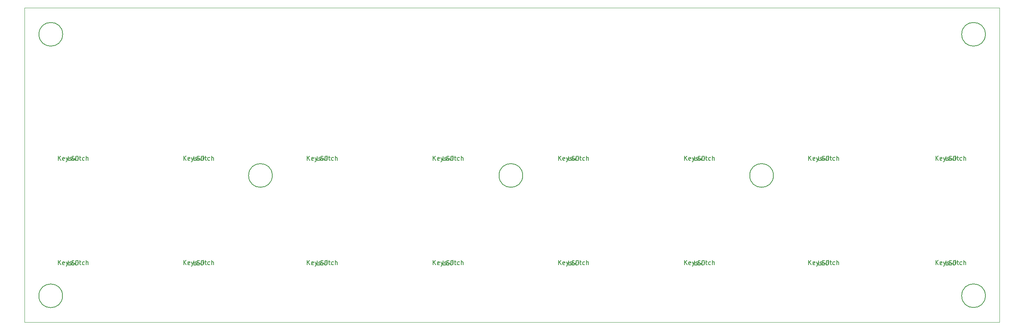
<source format=gbr>
%TF.GenerationSoftware,KiCad,Pcbnew,8.0.6*%
%TF.CreationDate,2024-11-10T21:08:49-06:00*%
%TF.ProjectId,micro_midi,6d696372-6f5f-46d6-9964-692e6b696361,rev?*%
%TF.SameCoordinates,Original*%
%TF.FileFunction,Other,User*%
%FSLAX46Y46*%
G04 Gerber Fmt 4.6, Leading zero omitted, Abs format (unit mm)*
G04 Created by KiCad (PCBNEW 8.0.6) date 2024-11-10 21:08:49*
%MOMM*%
%LPD*%
G01*
G04 APERTURE LIST*
%ADD10C,0.150000*%
%TA.AperFunction,Profile*%
%ADD11C,0.050000*%
%TD*%
G04 APERTURE END LIST*
D10*
X243398314Y-123896368D02*
X243398314Y-122896368D01*
X243969742Y-123896368D02*
X243541171Y-123324939D01*
X243969742Y-122896368D02*
X243398314Y-123467796D01*
X244779266Y-123848749D02*
X244684028Y-123896368D01*
X244684028Y-123896368D02*
X244493552Y-123896368D01*
X244493552Y-123896368D02*
X244398314Y-123848749D01*
X244398314Y-123848749D02*
X244350695Y-123753510D01*
X244350695Y-123753510D02*
X244350695Y-123372558D01*
X244350695Y-123372558D02*
X244398314Y-123277320D01*
X244398314Y-123277320D02*
X244493552Y-123229701D01*
X244493552Y-123229701D02*
X244684028Y-123229701D01*
X244684028Y-123229701D02*
X244779266Y-123277320D01*
X244779266Y-123277320D02*
X244826885Y-123372558D01*
X244826885Y-123372558D02*
X244826885Y-123467796D01*
X244826885Y-123467796D02*
X244350695Y-123563034D01*
X245160219Y-123229701D02*
X245398314Y-123896368D01*
X245636409Y-123229701D02*
X245398314Y-123896368D01*
X245398314Y-123896368D02*
X245303076Y-124134463D01*
X245303076Y-124134463D02*
X245255457Y-124182082D01*
X245255457Y-124182082D02*
X245160219Y-124229701D01*
X245969743Y-123848749D02*
X246064981Y-123896368D01*
X246064981Y-123896368D02*
X246255457Y-123896368D01*
X246255457Y-123896368D02*
X246350695Y-123848749D01*
X246350695Y-123848749D02*
X246398314Y-123753510D01*
X246398314Y-123753510D02*
X246398314Y-123705891D01*
X246398314Y-123705891D02*
X246350695Y-123610653D01*
X246350695Y-123610653D02*
X246255457Y-123563034D01*
X246255457Y-123563034D02*
X246112600Y-123563034D01*
X246112600Y-123563034D02*
X246017362Y-123515415D01*
X246017362Y-123515415D02*
X245969743Y-123420177D01*
X245969743Y-123420177D02*
X245969743Y-123372558D01*
X245969743Y-123372558D02*
X246017362Y-123277320D01*
X246017362Y-123277320D02*
X246112600Y-123229701D01*
X246112600Y-123229701D02*
X246255457Y-123229701D01*
X246255457Y-123229701D02*
X246350695Y-123277320D01*
X246731648Y-123229701D02*
X246922124Y-123896368D01*
X246922124Y-123896368D02*
X247112600Y-123420177D01*
X247112600Y-123420177D02*
X247303076Y-123896368D01*
X247303076Y-123896368D02*
X247493552Y-123229701D01*
X247874505Y-123896368D02*
X247874505Y-123229701D01*
X247874505Y-122896368D02*
X247826886Y-122943987D01*
X247826886Y-122943987D02*
X247874505Y-122991606D01*
X247874505Y-122991606D02*
X247922124Y-122943987D01*
X247922124Y-122943987D02*
X247874505Y-122896368D01*
X247874505Y-122896368D02*
X247874505Y-122991606D01*
X248207838Y-123229701D02*
X248588790Y-123229701D01*
X248350695Y-122896368D02*
X248350695Y-123753510D01*
X248350695Y-123753510D02*
X248398314Y-123848749D01*
X248398314Y-123848749D02*
X248493552Y-123896368D01*
X248493552Y-123896368D02*
X248588790Y-123896368D01*
X249350695Y-123848749D02*
X249255457Y-123896368D01*
X249255457Y-123896368D02*
X249064981Y-123896368D01*
X249064981Y-123896368D02*
X248969743Y-123848749D01*
X248969743Y-123848749D02*
X248922124Y-123801129D01*
X248922124Y-123801129D02*
X248874505Y-123705891D01*
X248874505Y-123705891D02*
X248874505Y-123420177D01*
X248874505Y-123420177D02*
X248922124Y-123324939D01*
X248922124Y-123324939D02*
X248969743Y-123277320D01*
X248969743Y-123277320D02*
X249064981Y-123229701D01*
X249064981Y-123229701D02*
X249255457Y-123229701D01*
X249255457Y-123229701D02*
X249350695Y-123277320D01*
X249779267Y-123896368D02*
X249779267Y-122896368D01*
X250207838Y-123896368D02*
X250207838Y-123372558D01*
X250207838Y-123372558D02*
X250160219Y-123277320D01*
X250160219Y-123277320D02*
X250064981Y-123229701D01*
X250064981Y-123229701D02*
X249922124Y-123229701D01*
X249922124Y-123229701D02*
X249826886Y-123277320D01*
X249826886Y-123277320D02*
X249779267Y-123324939D01*
X74710218Y-100123868D02*
X74234028Y-100123868D01*
X74234028Y-100123868D02*
X74234028Y-99123868D01*
X75043552Y-99600058D02*
X75376885Y-99600058D01*
X75519742Y-100123868D02*
X75043552Y-100123868D01*
X75043552Y-100123868D02*
X75043552Y-99123868D01*
X75043552Y-99123868D02*
X75519742Y-99123868D01*
X75948314Y-100123868D02*
X75948314Y-99123868D01*
X75948314Y-99123868D02*
X76186409Y-99123868D01*
X76186409Y-99123868D02*
X76329266Y-99171487D01*
X76329266Y-99171487D02*
X76424504Y-99266725D01*
X76424504Y-99266725D02*
X76472123Y-99361963D01*
X76472123Y-99361963D02*
X76519742Y-99552439D01*
X76519742Y-99552439D02*
X76519742Y-99695296D01*
X76519742Y-99695296D02*
X76472123Y-99885772D01*
X76472123Y-99885772D02*
X76424504Y-99981010D01*
X76424504Y-99981010D02*
X76329266Y-100076249D01*
X76329266Y-100076249D02*
X76186409Y-100123868D01*
X76186409Y-100123868D02*
X75948314Y-100123868D01*
X246160218Y-100123868D02*
X245684028Y-100123868D01*
X245684028Y-100123868D02*
X245684028Y-99123868D01*
X246493552Y-99600058D02*
X246826885Y-99600058D01*
X246969742Y-100123868D02*
X246493552Y-100123868D01*
X246493552Y-100123868D02*
X246493552Y-99123868D01*
X246493552Y-99123868D02*
X246969742Y-99123868D01*
X247398314Y-100123868D02*
X247398314Y-99123868D01*
X247398314Y-99123868D02*
X247636409Y-99123868D01*
X247636409Y-99123868D02*
X247779266Y-99171487D01*
X247779266Y-99171487D02*
X247874504Y-99266725D01*
X247874504Y-99266725D02*
X247922123Y-99361963D01*
X247922123Y-99361963D02*
X247969742Y-99552439D01*
X247969742Y-99552439D02*
X247969742Y-99695296D01*
X247969742Y-99695296D02*
X247922123Y-99885772D01*
X247922123Y-99885772D02*
X247874504Y-99981010D01*
X247874504Y-99981010D02*
X247779266Y-100076249D01*
X247779266Y-100076249D02*
X247636409Y-100123868D01*
X247636409Y-100123868D02*
X247398314Y-100123868D01*
X188880218Y-100123868D02*
X188404028Y-100123868D01*
X188404028Y-100123868D02*
X188404028Y-99123868D01*
X189213552Y-99600058D02*
X189546885Y-99600058D01*
X189689742Y-100123868D02*
X189213552Y-100123868D01*
X189213552Y-100123868D02*
X189213552Y-99123868D01*
X189213552Y-99123868D02*
X189689742Y-99123868D01*
X190118314Y-100123868D02*
X190118314Y-99123868D01*
X190118314Y-99123868D02*
X190356409Y-99123868D01*
X190356409Y-99123868D02*
X190499266Y-99171487D01*
X190499266Y-99171487D02*
X190594504Y-99266725D01*
X190594504Y-99266725D02*
X190642123Y-99361963D01*
X190642123Y-99361963D02*
X190689742Y-99552439D01*
X190689742Y-99552439D02*
X190689742Y-99695296D01*
X190689742Y-99695296D02*
X190642123Y-99885772D01*
X190642123Y-99885772D02*
X190594504Y-99981010D01*
X190594504Y-99981010D02*
X190499266Y-100076249D01*
X190499266Y-100076249D02*
X190356409Y-100123868D01*
X190356409Y-100123868D02*
X190118314Y-100123868D01*
X188880218Y-123936368D02*
X188404028Y-123936368D01*
X188404028Y-123936368D02*
X188404028Y-122936368D01*
X189213552Y-123412558D02*
X189546885Y-123412558D01*
X189689742Y-123936368D02*
X189213552Y-123936368D01*
X189213552Y-123936368D02*
X189213552Y-122936368D01*
X189213552Y-122936368D02*
X189689742Y-122936368D01*
X190118314Y-123936368D02*
X190118314Y-122936368D01*
X190118314Y-122936368D02*
X190356409Y-122936368D01*
X190356409Y-122936368D02*
X190499266Y-122983987D01*
X190499266Y-122983987D02*
X190594504Y-123079225D01*
X190594504Y-123079225D02*
X190642123Y-123174463D01*
X190642123Y-123174463D02*
X190689742Y-123364939D01*
X190689742Y-123364939D02*
X190689742Y-123507796D01*
X190689742Y-123507796D02*
X190642123Y-123698272D01*
X190642123Y-123698272D02*
X190594504Y-123793510D01*
X190594504Y-123793510D02*
X190499266Y-123888749D01*
X190499266Y-123888749D02*
X190356409Y-123936368D01*
X190356409Y-123936368D02*
X190118314Y-123936368D01*
X102900218Y-100123868D02*
X102424028Y-100123868D01*
X102424028Y-100123868D02*
X102424028Y-99123868D01*
X103233552Y-99600058D02*
X103566885Y-99600058D01*
X103709742Y-100123868D02*
X103233552Y-100123868D01*
X103233552Y-100123868D02*
X103233552Y-99123868D01*
X103233552Y-99123868D02*
X103709742Y-99123868D01*
X104138314Y-100123868D02*
X104138314Y-99123868D01*
X104138314Y-99123868D02*
X104376409Y-99123868D01*
X104376409Y-99123868D02*
X104519266Y-99171487D01*
X104519266Y-99171487D02*
X104614504Y-99266725D01*
X104614504Y-99266725D02*
X104662123Y-99361963D01*
X104662123Y-99361963D02*
X104709742Y-99552439D01*
X104709742Y-99552439D02*
X104709742Y-99695296D01*
X104709742Y-99695296D02*
X104662123Y-99885772D01*
X104662123Y-99885772D02*
X104614504Y-99981010D01*
X104614504Y-99981010D02*
X104519266Y-100076249D01*
X104519266Y-100076249D02*
X104376409Y-100123868D01*
X104376409Y-100123868D02*
X104138314Y-100123868D01*
X128838314Y-123896368D02*
X128838314Y-122896368D01*
X129409742Y-123896368D02*
X128981171Y-123324939D01*
X129409742Y-122896368D02*
X128838314Y-123467796D01*
X130219266Y-123848749D02*
X130124028Y-123896368D01*
X130124028Y-123896368D02*
X129933552Y-123896368D01*
X129933552Y-123896368D02*
X129838314Y-123848749D01*
X129838314Y-123848749D02*
X129790695Y-123753510D01*
X129790695Y-123753510D02*
X129790695Y-123372558D01*
X129790695Y-123372558D02*
X129838314Y-123277320D01*
X129838314Y-123277320D02*
X129933552Y-123229701D01*
X129933552Y-123229701D02*
X130124028Y-123229701D01*
X130124028Y-123229701D02*
X130219266Y-123277320D01*
X130219266Y-123277320D02*
X130266885Y-123372558D01*
X130266885Y-123372558D02*
X130266885Y-123467796D01*
X130266885Y-123467796D02*
X129790695Y-123563034D01*
X130600219Y-123229701D02*
X130838314Y-123896368D01*
X131076409Y-123229701D02*
X130838314Y-123896368D01*
X130838314Y-123896368D02*
X130743076Y-124134463D01*
X130743076Y-124134463D02*
X130695457Y-124182082D01*
X130695457Y-124182082D02*
X130600219Y-124229701D01*
X131409743Y-123848749D02*
X131504981Y-123896368D01*
X131504981Y-123896368D02*
X131695457Y-123896368D01*
X131695457Y-123896368D02*
X131790695Y-123848749D01*
X131790695Y-123848749D02*
X131838314Y-123753510D01*
X131838314Y-123753510D02*
X131838314Y-123705891D01*
X131838314Y-123705891D02*
X131790695Y-123610653D01*
X131790695Y-123610653D02*
X131695457Y-123563034D01*
X131695457Y-123563034D02*
X131552600Y-123563034D01*
X131552600Y-123563034D02*
X131457362Y-123515415D01*
X131457362Y-123515415D02*
X131409743Y-123420177D01*
X131409743Y-123420177D02*
X131409743Y-123372558D01*
X131409743Y-123372558D02*
X131457362Y-123277320D01*
X131457362Y-123277320D02*
X131552600Y-123229701D01*
X131552600Y-123229701D02*
X131695457Y-123229701D01*
X131695457Y-123229701D02*
X131790695Y-123277320D01*
X132171648Y-123229701D02*
X132362124Y-123896368D01*
X132362124Y-123896368D02*
X132552600Y-123420177D01*
X132552600Y-123420177D02*
X132743076Y-123896368D01*
X132743076Y-123896368D02*
X132933552Y-123229701D01*
X133314505Y-123896368D02*
X133314505Y-123229701D01*
X133314505Y-122896368D02*
X133266886Y-122943987D01*
X133266886Y-122943987D02*
X133314505Y-122991606D01*
X133314505Y-122991606D02*
X133362124Y-122943987D01*
X133362124Y-122943987D02*
X133314505Y-122896368D01*
X133314505Y-122896368D02*
X133314505Y-122991606D01*
X133647838Y-123229701D02*
X134028790Y-123229701D01*
X133790695Y-122896368D02*
X133790695Y-123753510D01*
X133790695Y-123753510D02*
X133838314Y-123848749D01*
X133838314Y-123848749D02*
X133933552Y-123896368D01*
X133933552Y-123896368D02*
X134028790Y-123896368D01*
X134790695Y-123848749D02*
X134695457Y-123896368D01*
X134695457Y-123896368D02*
X134504981Y-123896368D01*
X134504981Y-123896368D02*
X134409743Y-123848749D01*
X134409743Y-123848749D02*
X134362124Y-123801129D01*
X134362124Y-123801129D02*
X134314505Y-123705891D01*
X134314505Y-123705891D02*
X134314505Y-123420177D01*
X134314505Y-123420177D02*
X134362124Y-123324939D01*
X134362124Y-123324939D02*
X134409743Y-123277320D01*
X134409743Y-123277320D02*
X134504981Y-123229701D01*
X134504981Y-123229701D02*
X134695457Y-123229701D01*
X134695457Y-123229701D02*
X134790695Y-123277320D01*
X135219267Y-123896368D02*
X135219267Y-122896368D01*
X135647838Y-123896368D02*
X135647838Y-123372558D01*
X135647838Y-123372558D02*
X135600219Y-123277320D01*
X135600219Y-123277320D02*
X135504981Y-123229701D01*
X135504981Y-123229701D02*
X135362124Y-123229701D01*
X135362124Y-123229701D02*
X135266886Y-123277320D01*
X135266886Y-123277320D02*
X135219267Y-123324939D01*
X131600218Y-100123868D02*
X131124028Y-100123868D01*
X131124028Y-100123868D02*
X131124028Y-99123868D01*
X131933552Y-99600058D02*
X132266885Y-99600058D01*
X132409742Y-100123868D02*
X131933552Y-100123868D01*
X131933552Y-100123868D02*
X131933552Y-99123868D01*
X131933552Y-99123868D02*
X132409742Y-99123868D01*
X132838314Y-100123868D02*
X132838314Y-99123868D01*
X132838314Y-99123868D02*
X133076409Y-99123868D01*
X133076409Y-99123868D02*
X133219266Y-99171487D01*
X133219266Y-99171487D02*
X133314504Y-99266725D01*
X133314504Y-99266725D02*
X133362123Y-99361963D01*
X133362123Y-99361963D02*
X133409742Y-99552439D01*
X133409742Y-99552439D02*
X133409742Y-99695296D01*
X133409742Y-99695296D02*
X133362123Y-99885772D01*
X133362123Y-99885772D02*
X133314504Y-99981010D01*
X133314504Y-99981010D02*
X133219266Y-100076249D01*
X133219266Y-100076249D02*
X133076409Y-100123868D01*
X133076409Y-100123868D02*
X132838314Y-100123868D01*
X46130218Y-123936368D02*
X45654028Y-123936368D01*
X45654028Y-123936368D02*
X45654028Y-122936368D01*
X46463552Y-123412558D02*
X46796885Y-123412558D01*
X46939742Y-123936368D02*
X46463552Y-123936368D01*
X46463552Y-123936368D02*
X46463552Y-122936368D01*
X46463552Y-122936368D02*
X46939742Y-122936368D01*
X47368314Y-123936368D02*
X47368314Y-122936368D01*
X47368314Y-122936368D02*
X47606409Y-122936368D01*
X47606409Y-122936368D02*
X47749266Y-122983987D01*
X47749266Y-122983987D02*
X47844504Y-123079225D01*
X47844504Y-123079225D02*
X47892123Y-123174463D01*
X47892123Y-123174463D02*
X47939742Y-123364939D01*
X47939742Y-123364939D02*
X47939742Y-123507796D01*
X47939742Y-123507796D02*
X47892123Y-123698272D01*
X47892123Y-123698272D02*
X47844504Y-123793510D01*
X47844504Y-123793510D02*
X47749266Y-123888749D01*
X47749266Y-123888749D02*
X47606409Y-123936368D01*
X47606409Y-123936368D02*
X47368314Y-123936368D01*
X43368314Y-100083868D02*
X43368314Y-99083868D01*
X43939742Y-100083868D02*
X43511171Y-99512439D01*
X43939742Y-99083868D02*
X43368314Y-99655296D01*
X44749266Y-100036249D02*
X44654028Y-100083868D01*
X44654028Y-100083868D02*
X44463552Y-100083868D01*
X44463552Y-100083868D02*
X44368314Y-100036249D01*
X44368314Y-100036249D02*
X44320695Y-99941010D01*
X44320695Y-99941010D02*
X44320695Y-99560058D01*
X44320695Y-99560058D02*
X44368314Y-99464820D01*
X44368314Y-99464820D02*
X44463552Y-99417201D01*
X44463552Y-99417201D02*
X44654028Y-99417201D01*
X44654028Y-99417201D02*
X44749266Y-99464820D01*
X44749266Y-99464820D02*
X44796885Y-99560058D01*
X44796885Y-99560058D02*
X44796885Y-99655296D01*
X44796885Y-99655296D02*
X44320695Y-99750534D01*
X45130219Y-99417201D02*
X45368314Y-100083868D01*
X45606409Y-99417201D02*
X45368314Y-100083868D01*
X45368314Y-100083868D02*
X45273076Y-100321963D01*
X45273076Y-100321963D02*
X45225457Y-100369582D01*
X45225457Y-100369582D02*
X45130219Y-100417201D01*
X45939743Y-100036249D02*
X46034981Y-100083868D01*
X46034981Y-100083868D02*
X46225457Y-100083868D01*
X46225457Y-100083868D02*
X46320695Y-100036249D01*
X46320695Y-100036249D02*
X46368314Y-99941010D01*
X46368314Y-99941010D02*
X46368314Y-99893391D01*
X46368314Y-99893391D02*
X46320695Y-99798153D01*
X46320695Y-99798153D02*
X46225457Y-99750534D01*
X46225457Y-99750534D02*
X46082600Y-99750534D01*
X46082600Y-99750534D02*
X45987362Y-99702915D01*
X45987362Y-99702915D02*
X45939743Y-99607677D01*
X45939743Y-99607677D02*
X45939743Y-99560058D01*
X45939743Y-99560058D02*
X45987362Y-99464820D01*
X45987362Y-99464820D02*
X46082600Y-99417201D01*
X46082600Y-99417201D02*
X46225457Y-99417201D01*
X46225457Y-99417201D02*
X46320695Y-99464820D01*
X46701648Y-99417201D02*
X46892124Y-100083868D01*
X46892124Y-100083868D02*
X47082600Y-99607677D01*
X47082600Y-99607677D02*
X47273076Y-100083868D01*
X47273076Y-100083868D02*
X47463552Y-99417201D01*
X47844505Y-100083868D02*
X47844505Y-99417201D01*
X47844505Y-99083868D02*
X47796886Y-99131487D01*
X47796886Y-99131487D02*
X47844505Y-99179106D01*
X47844505Y-99179106D02*
X47892124Y-99131487D01*
X47892124Y-99131487D02*
X47844505Y-99083868D01*
X47844505Y-99083868D02*
X47844505Y-99179106D01*
X48177838Y-99417201D02*
X48558790Y-99417201D01*
X48320695Y-99083868D02*
X48320695Y-99941010D01*
X48320695Y-99941010D02*
X48368314Y-100036249D01*
X48368314Y-100036249D02*
X48463552Y-100083868D01*
X48463552Y-100083868D02*
X48558790Y-100083868D01*
X49320695Y-100036249D02*
X49225457Y-100083868D01*
X49225457Y-100083868D02*
X49034981Y-100083868D01*
X49034981Y-100083868D02*
X48939743Y-100036249D01*
X48939743Y-100036249D02*
X48892124Y-99988629D01*
X48892124Y-99988629D02*
X48844505Y-99893391D01*
X48844505Y-99893391D02*
X48844505Y-99607677D01*
X48844505Y-99607677D02*
X48892124Y-99512439D01*
X48892124Y-99512439D02*
X48939743Y-99464820D01*
X48939743Y-99464820D02*
X49034981Y-99417201D01*
X49034981Y-99417201D02*
X49225457Y-99417201D01*
X49225457Y-99417201D02*
X49320695Y-99464820D01*
X49749267Y-100083868D02*
X49749267Y-99083868D01*
X50177838Y-100083868D02*
X50177838Y-99560058D01*
X50177838Y-99560058D02*
X50130219Y-99464820D01*
X50130219Y-99464820D02*
X50034981Y-99417201D01*
X50034981Y-99417201D02*
X49892124Y-99417201D01*
X49892124Y-99417201D02*
X49796886Y-99464820D01*
X49796886Y-99464820D02*
X49749267Y-99512439D01*
X243398314Y-100083868D02*
X243398314Y-99083868D01*
X243969742Y-100083868D02*
X243541171Y-99512439D01*
X243969742Y-99083868D02*
X243398314Y-99655296D01*
X244779266Y-100036249D02*
X244684028Y-100083868D01*
X244684028Y-100083868D02*
X244493552Y-100083868D01*
X244493552Y-100083868D02*
X244398314Y-100036249D01*
X244398314Y-100036249D02*
X244350695Y-99941010D01*
X244350695Y-99941010D02*
X244350695Y-99560058D01*
X244350695Y-99560058D02*
X244398314Y-99464820D01*
X244398314Y-99464820D02*
X244493552Y-99417201D01*
X244493552Y-99417201D02*
X244684028Y-99417201D01*
X244684028Y-99417201D02*
X244779266Y-99464820D01*
X244779266Y-99464820D02*
X244826885Y-99560058D01*
X244826885Y-99560058D02*
X244826885Y-99655296D01*
X244826885Y-99655296D02*
X244350695Y-99750534D01*
X245160219Y-99417201D02*
X245398314Y-100083868D01*
X245636409Y-99417201D02*
X245398314Y-100083868D01*
X245398314Y-100083868D02*
X245303076Y-100321963D01*
X245303076Y-100321963D02*
X245255457Y-100369582D01*
X245255457Y-100369582D02*
X245160219Y-100417201D01*
X245969743Y-100036249D02*
X246064981Y-100083868D01*
X246064981Y-100083868D02*
X246255457Y-100083868D01*
X246255457Y-100083868D02*
X246350695Y-100036249D01*
X246350695Y-100036249D02*
X246398314Y-99941010D01*
X246398314Y-99941010D02*
X246398314Y-99893391D01*
X246398314Y-99893391D02*
X246350695Y-99798153D01*
X246350695Y-99798153D02*
X246255457Y-99750534D01*
X246255457Y-99750534D02*
X246112600Y-99750534D01*
X246112600Y-99750534D02*
X246017362Y-99702915D01*
X246017362Y-99702915D02*
X245969743Y-99607677D01*
X245969743Y-99607677D02*
X245969743Y-99560058D01*
X245969743Y-99560058D02*
X246017362Y-99464820D01*
X246017362Y-99464820D02*
X246112600Y-99417201D01*
X246112600Y-99417201D02*
X246255457Y-99417201D01*
X246255457Y-99417201D02*
X246350695Y-99464820D01*
X246731648Y-99417201D02*
X246922124Y-100083868D01*
X246922124Y-100083868D02*
X247112600Y-99607677D01*
X247112600Y-99607677D02*
X247303076Y-100083868D01*
X247303076Y-100083868D02*
X247493552Y-99417201D01*
X247874505Y-100083868D02*
X247874505Y-99417201D01*
X247874505Y-99083868D02*
X247826886Y-99131487D01*
X247826886Y-99131487D02*
X247874505Y-99179106D01*
X247874505Y-99179106D02*
X247922124Y-99131487D01*
X247922124Y-99131487D02*
X247874505Y-99083868D01*
X247874505Y-99083868D02*
X247874505Y-99179106D01*
X248207838Y-99417201D02*
X248588790Y-99417201D01*
X248350695Y-99083868D02*
X248350695Y-99941010D01*
X248350695Y-99941010D02*
X248398314Y-100036249D01*
X248398314Y-100036249D02*
X248493552Y-100083868D01*
X248493552Y-100083868D02*
X248588790Y-100083868D01*
X249350695Y-100036249D02*
X249255457Y-100083868D01*
X249255457Y-100083868D02*
X249064981Y-100083868D01*
X249064981Y-100083868D02*
X248969743Y-100036249D01*
X248969743Y-100036249D02*
X248922124Y-99988629D01*
X248922124Y-99988629D02*
X248874505Y-99893391D01*
X248874505Y-99893391D02*
X248874505Y-99607677D01*
X248874505Y-99607677D02*
X248922124Y-99512439D01*
X248922124Y-99512439D02*
X248969743Y-99464820D01*
X248969743Y-99464820D02*
X249064981Y-99417201D01*
X249064981Y-99417201D02*
X249255457Y-99417201D01*
X249255457Y-99417201D02*
X249350695Y-99464820D01*
X249779267Y-100083868D02*
X249779267Y-99083868D01*
X250207838Y-100083868D02*
X250207838Y-99560058D01*
X250207838Y-99560058D02*
X250160219Y-99464820D01*
X250160219Y-99464820D02*
X250064981Y-99417201D01*
X250064981Y-99417201D02*
X249922124Y-99417201D01*
X249922124Y-99417201D02*
X249826886Y-99464820D01*
X249826886Y-99464820D02*
X249779267Y-99512439D01*
X71948314Y-123896368D02*
X71948314Y-122896368D01*
X72519742Y-123896368D02*
X72091171Y-123324939D01*
X72519742Y-122896368D02*
X71948314Y-123467796D01*
X73329266Y-123848749D02*
X73234028Y-123896368D01*
X73234028Y-123896368D02*
X73043552Y-123896368D01*
X73043552Y-123896368D02*
X72948314Y-123848749D01*
X72948314Y-123848749D02*
X72900695Y-123753510D01*
X72900695Y-123753510D02*
X72900695Y-123372558D01*
X72900695Y-123372558D02*
X72948314Y-123277320D01*
X72948314Y-123277320D02*
X73043552Y-123229701D01*
X73043552Y-123229701D02*
X73234028Y-123229701D01*
X73234028Y-123229701D02*
X73329266Y-123277320D01*
X73329266Y-123277320D02*
X73376885Y-123372558D01*
X73376885Y-123372558D02*
X73376885Y-123467796D01*
X73376885Y-123467796D02*
X72900695Y-123563034D01*
X73710219Y-123229701D02*
X73948314Y-123896368D01*
X74186409Y-123229701D02*
X73948314Y-123896368D01*
X73948314Y-123896368D02*
X73853076Y-124134463D01*
X73853076Y-124134463D02*
X73805457Y-124182082D01*
X73805457Y-124182082D02*
X73710219Y-124229701D01*
X74519743Y-123848749D02*
X74614981Y-123896368D01*
X74614981Y-123896368D02*
X74805457Y-123896368D01*
X74805457Y-123896368D02*
X74900695Y-123848749D01*
X74900695Y-123848749D02*
X74948314Y-123753510D01*
X74948314Y-123753510D02*
X74948314Y-123705891D01*
X74948314Y-123705891D02*
X74900695Y-123610653D01*
X74900695Y-123610653D02*
X74805457Y-123563034D01*
X74805457Y-123563034D02*
X74662600Y-123563034D01*
X74662600Y-123563034D02*
X74567362Y-123515415D01*
X74567362Y-123515415D02*
X74519743Y-123420177D01*
X74519743Y-123420177D02*
X74519743Y-123372558D01*
X74519743Y-123372558D02*
X74567362Y-123277320D01*
X74567362Y-123277320D02*
X74662600Y-123229701D01*
X74662600Y-123229701D02*
X74805457Y-123229701D01*
X74805457Y-123229701D02*
X74900695Y-123277320D01*
X75281648Y-123229701D02*
X75472124Y-123896368D01*
X75472124Y-123896368D02*
X75662600Y-123420177D01*
X75662600Y-123420177D02*
X75853076Y-123896368D01*
X75853076Y-123896368D02*
X76043552Y-123229701D01*
X76424505Y-123896368D02*
X76424505Y-123229701D01*
X76424505Y-122896368D02*
X76376886Y-122943987D01*
X76376886Y-122943987D02*
X76424505Y-122991606D01*
X76424505Y-122991606D02*
X76472124Y-122943987D01*
X76472124Y-122943987D02*
X76424505Y-122896368D01*
X76424505Y-122896368D02*
X76424505Y-122991606D01*
X76757838Y-123229701D02*
X77138790Y-123229701D01*
X76900695Y-122896368D02*
X76900695Y-123753510D01*
X76900695Y-123753510D02*
X76948314Y-123848749D01*
X76948314Y-123848749D02*
X77043552Y-123896368D01*
X77043552Y-123896368D02*
X77138790Y-123896368D01*
X77900695Y-123848749D02*
X77805457Y-123896368D01*
X77805457Y-123896368D02*
X77614981Y-123896368D01*
X77614981Y-123896368D02*
X77519743Y-123848749D01*
X77519743Y-123848749D02*
X77472124Y-123801129D01*
X77472124Y-123801129D02*
X77424505Y-123705891D01*
X77424505Y-123705891D02*
X77424505Y-123420177D01*
X77424505Y-123420177D02*
X77472124Y-123324939D01*
X77472124Y-123324939D02*
X77519743Y-123277320D01*
X77519743Y-123277320D02*
X77614981Y-123229701D01*
X77614981Y-123229701D02*
X77805457Y-123229701D01*
X77805457Y-123229701D02*
X77900695Y-123277320D01*
X78329267Y-123896368D02*
X78329267Y-122896368D01*
X78757838Y-123896368D02*
X78757838Y-123372558D01*
X78757838Y-123372558D02*
X78710219Y-123277320D01*
X78710219Y-123277320D02*
X78614981Y-123229701D01*
X78614981Y-123229701D02*
X78472124Y-123229701D01*
X78472124Y-123229701D02*
X78376886Y-123277320D01*
X78376886Y-123277320D02*
X78329267Y-123324939D01*
X102900218Y-123936368D02*
X102424028Y-123936368D01*
X102424028Y-123936368D02*
X102424028Y-122936368D01*
X103233552Y-123412558D02*
X103566885Y-123412558D01*
X103709742Y-123936368D02*
X103233552Y-123936368D01*
X103233552Y-123936368D02*
X103233552Y-122936368D01*
X103233552Y-122936368D02*
X103709742Y-122936368D01*
X104138314Y-123936368D02*
X104138314Y-122936368D01*
X104138314Y-122936368D02*
X104376409Y-122936368D01*
X104376409Y-122936368D02*
X104519266Y-122983987D01*
X104519266Y-122983987D02*
X104614504Y-123079225D01*
X104614504Y-123079225D02*
X104662123Y-123174463D01*
X104662123Y-123174463D02*
X104709742Y-123364939D01*
X104709742Y-123364939D02*
X104709742Y-123507796D01*
X104709742Y-123507796D02*
X104662123Y-123698272D01*
X104662123Y-123698272D02*
X104614504Y-123793510D01*
X104614504Y-123793510D02*
X104519266Y-123888749D01*
X104519266Y-123888749D02*
X104376409Y-123936368D01*
X104376409Y-123936368D02*
X104138314Y-123936368D01*
X217200218Y-123936368D02*
X216724028Y-123936368D01*
X216724028Y-123936368D02*
X216724028Y-122936368D01*
X217533552Y-123412558D02*
X217866885Y-123412558D01*
X218009742Y-123936368D02*
X217533552Y-123936368D01*
X217533552Y-123936368D02*
X217533552Y-122936368D01*
X217533552Y-122936368D02*
X218009742Y-122936368D01*
X218438314Y-123936368D02*
X218438314Y-122936368D01*
X218438314Y-122936368D02*
X218676409Y-122936368D01*
X218676409Y-122936368D02*
X218819266Y-122983987D01*
X218819266Y-122983987D02*
X218914504Y-123079225D01*
X218914504Y-123079225D02*
X218962123Y-123174463D01*
X218962123Y-123174463D02*
X219009742Y-123364939D01*
X219009742Y-123364939D02*
X219009742Y-123507796D01*
X219009742Y-123507796D02*
X218962123Y-123698272D01*
X218962123Y-123698272D02*
X218914504Y-123793510D01*
X218914504Y-123793510D02*
X218819266Y-123888749D01*
X218819266Y-123888749D02*
X218676409Y-123936368D01*
X218676409Y-123936368D02*
X218438314Y-123936368D01*
X214438314Y-123896368D02*
X214438314Y-122896368D01*
X215009742Y-123896368D02*
X214581171Y-123324939D01*
X215009742Y-122896368D02*
X214438314Y-123467796D01*
X215819266Y-123848749D02*
X215724028Y-123896368D01*
X215724028Y-123896368D02*
X215533552Y-123896368D01*
X215533552Y-123896368D02*
X215438314Y-123848749D01*
X215438314Y-123848749D02*
X215390695Y-123753510D01*
X215390695Y-123753510D02*
X215390695Y-123372558D01*
X215390695Y-123372558D02*
X215438314Y-123277320D01*
X215438314Y-123277320D02*
X215533552Y-123229701D01*
X215533552Y-123229701D02*
X215724028Y-123229701D01*
X215724028Y-123229701D02*
X215819266Y-123277320D01*
X215819266Y-123277320D02*
X215866885Y-123372558D01*
X215866885Y-123372558D02*
X215866885Y-123467796D01*
X215866885Y-123467796D02*
X215390695Y-123563034D01*
X216200219Y-123229701D02*
X216438314Y-123896368D01*
X216676409Y-123229701D02*
X216438314Y-123896368D01*
X216438314Y-123896368D02*
X216343076Y-124134463D01*
X216343076Y-124134463D02*
X216295457Y-124182082D01*
X216295457Y-124182082D02*
X216200219Y-124229701D01*
X217009743Y-123848749D02*
X217104981Y-123896368D01*
X217104981Y-123896368D02*
X217295457Y-123896368D01*
X217295457Y-123896368D02*
X217390695Y-123848749D01*
X217390695Y-123848749D02*
X217438314Y-123753510D01*
X217438314Y-123753510D02*
X217438314Y-123705891D01*
X217438314Y-123705891D02*
X217390695Y-123610653D01*
X217390695Y-123610653D02*
X217295457Y-123563034D01*
X217295457Y-123563034D02*
X217152600Y-123563034D01*
X217152600Y-123563034D02*
X217057362Y-123515415D01*
X217057362Y-123515415D02*
X217009743Y-123420177D01*
X217009743Y-123420177D02*
X217009743Y-123372558D01*
X217009743Y-123372558D02*
X217057362Y-123277320D01*
X217057362Y-123277320D02*
X217152600Y-123229701D01*
X217152600Y-123229701D02*
X217295457Y-123229701D01*
X217295457Y-123229701D02*
X217390695Y-123277320D01*
X217771648Y-123229701D02*
X217962124Y-123896368D01*
X217962124Y-123896368D02*
X218152600Y-123420177D01*
X218152600Y-123420177D02*
X218343076Y-123896368D01*
X218343076Y-123896368D02*
X218533552Y-123229701D01*
X218914505Y-123896368D02*
X218914505Y-123229701D01*
X218914505Y-122896368D02*
X218866886Y-122943987D01*
X218866886Y-122943987D02*
X218914505Y-122991606D01*
X218914505Y-122991606D02*
X218962124Y-122943987D01*
X218962124Y-122943987D02*
X218914505Y-122896368D01*
X218914505Y-122896368D02*
X218914505Y-122991606D01*
X219247838Y-123229701D02*
X219628790Y-123229701D01*
X219390695Y-122896368D02*
X219390695Y-123753510D01*
X219390695Y-123753510D02*
X219438314Y-123848749D01*
X219438314Y-123848749D02*
X219533552Y-123896368D01*
X219533552Y-123896368D02*
X219628790Y-123896368D01*
X220390695Y-123848749D02*
X220295457Y-123896368D01*
X220295457Y-123896368D02*
X220104981Y-123896368D01*
X220104981Y-123896368D02*
X220009743Y-123848749D01*
X220009743Y-123848749D02*
X219962124Y-123801129D01*
X219962124Y-123801129D02*
X219914505Y-123705891D01*
X219914505Y-123705891D02*
X219914505Y-123420177D01*
X219914505Y-123420177D02*
X219962124Y-123324939D01*
X219962124Y-123324939D02*
X220009743Y-123277320D01*
X220009743Y-123277320D02*
X220104981Y-123229701D01*
X220104981Y-123229701D02*
X220295457Y-123229701D01*
X220295457Y-123229701D02*
X220390695Y-123277320D01*
X220819267Y-123896368D02*
X220819267Y-122896368D01*
X221247838Y-123896368D02*
X221247838Y-123372558D01*
X221247838Y-123372558D02*
X221200219Y-123277320D01*
X221200219Y-123277320D02*
X221104981Y-123229701D01*
X221104981Y-123229701D02*
X220962124Y-123229701D01*
X220962124Y-123229701D02*
X220866886Y-123277320D01*
X220866886Y-123277320D02*
X220819267Y-123324939D01*
X71948314Y-100083868D02*
X71948314Y-99083868D01*
X72519742Y-100083868D02*
X72091171Y-99512439D01*
X72519742Y-99083868D02*
X71948314Y-99655296D01*
X73329266Y-100036249D02*
X73234028Y-100083868D01*
X73234028Y-100083868D02*
X73043552Y-100083868D01*
X73043552Y-100083868D02*
X72948314Y-100036249D01*
X72948314Y-100036249D02*
X72900695Y-99941010D01*
X72900695Y-99941010D02*
X72900695Y-99560058D01*
X72900695Y-99560058D02*
X72948314Y-99464820D01*
X72948314Y-99464820D02*
X73043552Y-99417201D01*
X73043552Y-99417201D02*
X73234028Y-99417201D01*
X73234028Y-99417201D02*
X73329266Y-99464820D01*
X73329266Y-99464820D02*
X73376885Y-99560058D01*
X73376885Y-99560058D02*
X73376885Y-99655296D01*
X73376885Y-99655296D02*
X72900695Y-99750534D01*
X73710219Y-99417201D02*
X73948314Y-100083868D01*
X74186409Y-99417201D02*
X73948314Y-100083868D01*
X73948314Y-100083868D02*
X73853076Y-100321963D01*
X73853076Y-100321963D02*
X73805457Y-100369582D01*
X73805457Y-100369582D02*
X73710219Y-100417201D01*
X74519743Y-100036249D02*
X74614981Y-100083868D01*
X74614981Y-100083868D02*
X74805457Y-100083868D01*
X74805457Y-100083868D02*
X74900695Y-100036249D01*
X74900695Y-100036249D02*
X74948314Y-99941010D01*
X74948314Y-99941010D02*
X74948314Y-99893391D01*
X74948314Y-99893391D02*
X74900695Y-99798153D01*
X74900695Y-99798153D02*
X74805457Y-99750534D01*
X74805457Y-99750534D02*
X74662600Y-99750534D01*
X74662600Y-99750534D02*
X74567362Y-99702915D01*
X74567362Y-99702915D02*
X74519743Y-99607677D01*
X74519743Y-99607677D02*
X74519743Y-99560058D01*
X74519743Y-99560058D02*
X74567362Y-99464820D01*
X74567362Y-99464820D02*
X74662600Y-99417201D01*
X74662600Y-99417201D02*
X74805457Y-99417201D01*
X74805457Y-99417201D02*
X74900695Y-99464820D01*
X75281648Y-99417201D02*
X75472124Y-100083868D01*
X75472124Y-100083868D02*
X75662600Y-99607677D01*
X75662600Y-99607677D02*
X75853076Y-100083868D01*
X75853076Y-100083868D02*
X76043552Y-99417201D01*
X76424505Y-100083868D02*
X76424505Y-99417201D01*
X76424505Y-99083868D02*
X76376886Y-99131487D01*
X76376886Y-99131487D02*
X76424505Y-99179106D01*
X76424505Y-99179106D02*
X76472124Y-99131487D01*
X76472124Y-99131487D02*
X76424505Y-99083868D01*
X76424505Y-99083868D02*
X76424505Y-99179106D01*
X76757838Y-99417201D02*
X77138790Y-99417201D01*
X76900695Y-99083868D02*
X76900695Y-99941010D01*
X76900695Y-99941010D02*
X76948314Y-100036249D01*
X76948314Y-100036249D02*
X77043552Y-100083868D01*
X77043552Y-100083868D02*
X77138790Y-100083868D01*
X77900695Y-100036249D02*
X77805457Y-100083868D01*
X77805457Y-100083868D02*
X77614981Y-100083868D01*
X77614981Y-100083868D02*
X77519743Y-100036249D01*
X77519743Y-100036249D02*
X77472124Y-99988629D01*
X77472124Y-99988629D02*
X77424505Y-99893391D01*
X77424505Y-99893391D02*
X77424505Y-99607677D01*
X77424505Y-99607677D02*
X77472124Y-99512439D01*
X77472124Y-99512439D02*
X77519743Y-99464820D01*
X77519743Y-99464820D02*
X77614981Y-99417201D01*
X77614981Y-99417201D02*
X77805457Y-99417201D01*
X77805457Y-99417201D02*
X77900695Y-99464820D01*
X78329267Y-100083868D02*
X78329267Y-99083868D01*
X78757838Y-100083868D02*
X78757838Y-99560058D01*
X78757838Y-99560058D02*
X78710219Y-99464820D01*
X78710219Y-99464820D02*
X78614981Y-99417201D01*
X78614981Y-99417201D02*
X78472124Y-99417201D01*
X78472124Y-99417201D02*
X78376886Y-99464820D01*
X78376886Y-99464820D02*
X78329267Y-99512439D01*
X157418314Y-100083868D02*
X157418314Y-99083868D01*
X157989742Y-100083868D02*
X157561171Y-99512439D01*
X157989742Y-99083868D02*
X157418314Y-99655296D01*
X158799266Y-100036249D02*
X158704028Y-100083868D01*
X158704028Y-100083868D02*
X158513552Y-100083868D01*
X158513552Y-100083868D02*
X158418314Y-100036249D01*
X158418314Y-100036249D02*
X158370695Y-99941010D01*
X158370695Y-99941010D02*
X158370695Y-99560058D01*
X158370695Y-99560058D02*
X158418314Y-99464820D01*
X158418314Y-99464820D02*
X158513552Y-99417201D01*
X158513552Y-99417201D02*
X158704028Y-99417201D01*
X158704028Y-99417201D02*
X158799266Y-99464820D01*
X158799266Y-99464820D02*
X158846885Y-99560058D01*
X158846885Y-99560058D02*
X158846885Y-99655296D01*
X158846885Y-99655296D02*
X158370695Y-99750534D01*
X159180219Y-99417201D02*
X159418314Y-100083868D01*
X159656409Y-99417201D02*
X159418314Y-100083868D01*
X159418314Y-100083868D02*
X159323076Y-100321963D01*
X159323076Y-100321963D02*
X159275457Y-100369582D01*
X159275457Y-100369582D02*
X159180219Y-100417201D01*
X159989743Y-100036249D02*
X160084981Y-100083868D01*
X160084981Y-100083868D02*
X160275457Y-100083868D01*
X160275457Y-100083868D02*
X160370695Y-100036249D01*
X160370695Y-100036249D02*
X160418314Y-99941010D01*
X160418314Y-99941010D02*
X160418314Y-99893391D01*
X160418314Y-99893391D02*
X160370695Y-99798153D01*
X160370695Y-99798153D02*
X160275457Y-99750534D01*
X160275457Y-99750534D02*
X160132600Y-99750534D01*
X160132600Y-99750534D02*
X160037362Y-99702915D01*
X160037362Y-99702915D02*
X159989743Y-99607677D01*
X159989743Y-99607677D02*
X159989743Y-99560058D01*
X159989743Y-99560058D02*
X160037362Y-99464820D01*
X160037362Y-99464820D02*
X160132600Y-99417201D01*
X160132600Y-99417201D02*
X160275457Y-99417201D01*
X160275457Y-99417201D02*
X160370695Y-99464820D01*
X160751648Y-99417201D02*
X160942124Y-100083868D01*
X160942124Y-100083868D02*
X161132600Y-99607677D01*
X161132600Y-99607677D02*
X161323076Y-100083868D01*
X161323076Y-100083868D02*
X161513552Y-99417201D01*
X161894505Y-100083868D02*
X161894505Y-99417201D01*
X161894505Y-99083868D02*
X161846886Y-99131487D01*
X161846886Y-99131487D02*
X161894505Y-99179106D01*
X161894505Y-99179106D02*
X161942124Y-99131487D01*
X161942124Y-99131487D02*
X161894505Y-99083868D01*
X161894505Y-99083868D02*
X161894505Y-99179106D01*
X162227838Y-99417201D02*
X162608790Y-99417201D01*
X162370695Y-99083868D02*
X162370695Y-99941010D01*
X162370695Y-99941010D02*
X162418314Y-100036249D01*
X162418314Y-100036249D02*
X162513552Y-100083868D01*
X162513552Y-100083868D02*
X162608790Y-100083868D01*
X163370695Y-100036249D02*
X163275457Y-100083868D01*
X163275457Y-100083868D02*
X163084981Y-100083868D01*
X163084981Y-100083868D02*
X162989743Y-100036249D01*
X162989743Y-100036249D02*
X162942124Y-99988629D01*
X162942124Y-99988629D02*
X162894505Y-99893391D01*
X162894505Y-99893391D02*
X162894505Y-99607677D01*
X162894505Y-99607677D02*
X162942124Y-99512439D01*
X162942124Y-99512439D02*
X162989743Y-99464820D01*
X162989743Y-99464820D02*
X163084981Y-99417201D01*
X163084981Y-99417201D02*
X163275457Y-99417201D01*
X163275457Y-99417201D02*
X163370695Y-99464820D01*
X163799267Y-100083868D02*
X163799267Y-99083868D01*
X164227838Y-100083868D02*
X164227838Y-99560058D01*
X164227838Y-99560058D02*
X164180219Y-99464820D01*
X164180219Y-99464820D02*
X164084981Y-99417201D01*
X164084981Y-99417201D02*
X163942124Y-99417201D01*
X163942124Y-99417201D02*
X163846886Y-99464820D01*
X163846886Y-99464820D02*
X163799267Y-99512439D01*
X214438314Y-100083868D02*
X214438314Y-99083868D01*
X215009742Y-100083868D02*
X214581171Y-99512439D01*
X215009742Y-99083868D02*
X214438314Y-99655296D01*
X215819266Y-100036249D02*
X215724028Y-100083868D01*
X215724028Y-100083868D02*
X215533552Y-100083868D01*
X215533552Y-100083868D02*
X215438314Y-100036249D01*
X215438314Y-100036249D02*
X215390695Y-99941010D01*
X215390695Y-99941010D02*
X215390695Y-99560058D01*
X215390695Y-99560058D02*
X215438314Y-99464820D01*
X215438314Y-99464820D02*
X215533552Y-99417201D01*
X215533552Y-99417201D02*
X215724028Y-99417201D01*
X215724028Y-99417201D02*
X215819266Y-99464820D01*
X215819266Y-99464820D02*
X215866885Y-99560058D01*
X215866885Y-99560058D02*
X215866885Y-99655296D01*
X215866885Y-99655296D02*
X215390695Y-99750534D01*
X216200219Y-99417201D02*
X216438314Y-100083868D01*
X216676409Y-99417201D02*
X216438314Y-100083868D01*
X216438314Y-100083868D02*
X216343076Y-100321963D01*
X216343076Y-100321963D02*
X216295457Y-100369582D01*
X216295457Y-100369582D02*
X216200219Y-100417201D01*
X217009743Y-100036249D02*
X217104981Y-100083868D01*
X217104981Y-100083868D02*
X217295457Y-100083868D01*
X217295457Y-100083868D02*
X217390695Y-100036249D01*
X217390695Y-100036249D02*
X217438314Y-99941010D01*
X217438314Y-99941010D02*
X217438314Y-99893391D01*
X217438314Y-99893391D02*
X217390695Y-99798153D01*
X217390695Y-99798153D02*
X217295457Y-99750534D01*
X217295457Y-99750534D02*
X217152600Y-99750534D01*
X217152600Y-99750534D02*
X217057362Y-99702915D01*
X217057362Y-99702915D02*
X217009743Y-99607677D01*
X217009743Y-99607677D02*
X217009743Y-99560058D01*
X217009743Y-99560058D02*
X217057362Y-99464820D01*
X217057362Y-99464820D02*
X217152600Y-99417201D01*
X217152600Y-99417201D02*
X217295457Y-99417201D01*
X217295457Y-99417201D02*
X217390695Y-99464820D01*
X217771648Y-99417201D02*
X217962124Y-100083868D01*
X217962124Y-100083868D02*
X218152600Y-99607677D01*
X218152600Y-99607677D02*
X218343076Y-100083868D01*
X218343076Y-100083868D02*
X218533552Y-99417201D01*
X218914505Y-100083868D02*
X218914505Y-99417201D01*
X218914505Y-99083868D02*
X218866886Y-99131487D01*
X218866886Y-99131487D02*
X218914505Y-99179106D01*
X218914505Y-99179106D02*
X218962124Y-99131487D01*
X218962124Y-99131487D02*
X218914505Y-99083868D01*
X218914505Y-99083868D02*
X218914505Y-99179106D01*
X219247838Y-99417201D02*
X219628790Y-99417201D01*
X219390695Y-99083868D02*
X219390695Y-99941010D01*
X219390695Y-99941010D02*
X219438314Y-100036249D01*
X219438314Y-100036249D02*
X219533552Y-100083868D01*
X219533552Y-100083868D02*
X219628790Y-100083868D01*
X220390695Y-100036249D02*
X220295457Y-100083868D01*
X220295457Y-100083868D02*
X220104981Y-100083868D01*
X220104981Y-100083868D02*
X220009743Y-100036249D01*
X220009743Y-100036249D02*
X219962124Y-99988629D01*
X219962124Y-99988629D02*
X219914505Y-99893391D01*
X219914505Y-99893391D02*
X219914505Y-99607677D01*
X219914505Y-99607677D02*
X219962124Y-99512439D01*
X219962124Y-99512439D02*
X220009743Y-99464820D01*
X220009743Y-99464820D02*
X220104981Y-99417201D01*
X220104981Y-99417201D02*
X220295457Y-99417201D01*
X220295457Y-99417201D02*
X220390695Y-99464820D01*
X220819267Y-100083868D02*
X220819267Y-99083868D01*
X221247838Y-100083868D02*
X221247838Y-99560058D01*
X221247838Y-99560058D02*
X221200219Y-99464820D01*
X221200219Y-99464820D02*
X221104981Y-99417201D01*
X221104981Y-99417201D02*
X220962124Y-99417201D01*
X220962124Y-99417201D02*
X220866886Y-99464820D01*
X220866886Y-99464820D02*
X220819267Y-99512439D01*
X128838314Y-100083868D02*
X128838314Y-99083868D01*
X129409742Y-100083868D02*
X128981171Y-99512439D01*
X129409742Y-99083868D02*
X128838314Y-99655296D01*
X130219266Y-100036249D02*
X130124028Y-100083868D01*
X130124028Y-100083868D02*
X129933552Y-100083868D01*
X129933552Y-100083868D02*
X129838314Y-100036249D01*
X129838314Y-100036249D02*
X129790695Y-99941010D01*
X129790695Y-99941010D02*
X129790695Y-99560058D01*
X129790695Y-99560058D02*
X129838314Y-99464820D01*
X129838314Y-99464820D02*
X129933552Y-99417201D01*
X129933552Y-99417201D02*
X130124028Y-99417201D01*
X130124028Y-99417201D02*
X130219266Y-99464820D01*
X130219266Y-99464820D02*
X130266885Y-99560058D01*
X130266885Y-99560058D02*
X130266885Y-99655296D01*
X130266885Y-99655296D02*
X129790695Y-99750534D01*
X130600219Y-99417201D02*
X130838314Y-100083868D01*
X131076409Y-99417201D02*
X130838314Y-100083868D01*
X130838314Y-100083868D02*
X130743076Y-100321963D01*
X130743076Y-100321963D02*
X130695457Y-100369582D01*
X130695457Y-100369582D02*
X130600219Y-100417201D01*
X131409743Y-100036249D02*
X131504981Y-100083868D01*
X131504981Y-100083868D02*
X131695457Y-100083868D01*
X131695457Y-100083868D02*
X131790695Y-100036249D01*
X131790695Y-100036249D02*
X131838314Y-99941010D01*
X131838314Y-99941010D02*
X131838314Y-99893391D01*
X131838314Y-99893391D02*
X131790695Y-99798153D01*
X131790695Y-99798153D02*
X131695457Y-99750534D01*
X131695457Y-99750534D02*
X131552600Y-99750534D01*
X131552600Y-99750534D02*
X131457362Y-99702915D01*
X131457362Y-99702915D02*
X131409743Y-99607677D01*
X131409743Y-99607677D02*
X131409743Y-99560058D01*
X131409743Y-99560058D02*
X131457362Y-99464820D01*
X131457362Y-99464820D02*
X131552600Y-99417201D01*
X131552600Y-99417201D02*
X131695457Y-99417201D01*
X131695457Y-99417201D02*
X131790695Y-99464820D01*
X132171648Y-99417201D02*
X132362124Y-100083868D01*
X132362124Y-100083868D02*
X132552600Y-99607677D01*
X132552600Y-99607677D02*
X132743076Y-100083868D01*
X132743076Y-100083868D02*
X132933552Y-99417201D01*
X133314505Y-100083868D02*
X133314505Y-99417201D01*
X133314505Y-99083868D02*
X133266886Y-99131487D01*
X133266886Y-99131487D02*
X133314505Y-99179106D01*
X133314505Y-99179106D02*
X133362124Y-99131487D01*
X133362124Y-99131487D02*
X133314505Y-99083868D01*
X133314505Y-99083868D02*
X133314505Y-99179106D01*
X133647838Y-99417201D02*
X134028790Y-99417201D01*
X133790695Y-99083868D02*
X133790695Y-99941010D01*
X133790695Y-99941010D02*
X133838314Y-100036249D01*
X133838314Y-100036249D02*
X133933552Y-100083868D01*
X133933552Y-100083868D02*
X134028790Y-100083868D01*
X134790695Y-100036249D02*
X134695457Y-100083868D01*
X134695457Y-100083868D02*
X134504981Y-100083868D01*
X134504981Y-100083868D02*
X134409743Y-100036249D01*
X134409743Y-100036249D02*
X134362124Y-99988629D01*
X134362124Y-99988629D02*
X134314505Y-99893391D01*
X134314505Y-99893391D02*
X134314505Y-99607677D01*
X134314505Y-99607677D02*
X134362124Y-99512439D01*
X134362124Y-99512439D02*
X134409743Y-99464820D01*
X134409743Y-99464820D02*
X134504981Y-99417201D01*
X134504981Y-99417201D02*
X134695457Y-99417201D01*
X134695457Y-99417201D02*
X134790695Y-99464820D01*
X135219267Y-100083868D02*
X135219267Y-99083868D01*
X135647838Y-100083868D02*
X135647838Y-99560058D01*
X135647838Y-99560058D02*
X135600219Y-99464820D01*
X135600219Y-99464820D02*
X135504981Y-99417201D01*
X135504981Y-99417201D02*
X135362124Y-99417201D01*
X135362124Y-99417201D02*
X135266886Y-99464820D01*
X135266886Y-99464820D02*
X135219267Y-99512439D01*
X157418314Y-123896368D02*
X157418314Y-122896368D01*
X157989742Y-123896368D02*
X157561171Y-123324939D01*
X157989742Y-122896368D02*
X157418314Y-123467796D01*
X158799266Y-123848749D02*
X158704028Y-123896368D01*
X158704028Y-123896368D02*
X158513552Y-123896368D01*
X158513552Y-123896368D02*
X158418314Y-123848749D01*
X158418314Y-123848749D02*
X158370695Y-123753510D01*
X158370695Y-123753510D02*
X158370695Y-123372558D01*
X158370695Y-123372558D02*
X158418314Y-123277320D01*
X158418314Y-123277320D02*
X158513552Y-123229701D01*
X158513552Y-123229701D02*
X158704028Y-123229701D01*
X158704028Y-123229701D02*
X158799266Y-123277320D01*
X158799266Y-123277320D02*
X158846885Y-123372558D01*
X158846885Y-123372558D02*
X158846885Y-123467796D01*
X158846885Y-123467796D02*
X158370695Y-123563034D01*
X159180219Y-123229701D02*
X159418314Y-123896368D01*
X159656409Y-123229701D02*
X159418314Y-123896368D01*
X159418314Y-123896368D02*
X159323076Y-124134463D01*
X159323076Y-124134463D02*
X159275457Y-124182082D01*
X159275457Y-124182082D02*
X159180219Y-124229701D01*
X159989743Y-123848749D02*
X160084981Y-123896368D01*
X160084981Y-123896368D02*
X160275457Y-123896368D01*
X160275457Y-123896368D02*
X160370695Y-123848749D01*
X160370695Y-123848749D02*
X160418314Y-123753510D01*
X160418314Y-123753510D02*
X160418314Y-123705891D01*
X160418314Y-123705891D02*
X160370695Y-123610653D01*
X160370695Y-123610653D02*
X160275457Y-123563034D01*
X160275457Y-123563034D02*
X160132600Y-123563034D01*
X160132600Y-123563034D02*
X160037362Y-123515415D01*
X160037362Y-123515415D02*
X159989743Y-123420177D01*
X159989743Y-123420177D02*
X159989743Y-123372558D01*
X159989743Y-123372558D02*
X160037362Y-123277320D01*
X160037362Y-123277320D02*
X160132600Y-123229701D01*
X160132600Y-123229701D02*
X160275457Y-123229701D01*
X160275457Y-123229701D02*
X160370695Y-123277320D01*
X160751648Y-123229701D02*
X160942124Y-123896368D01*
X160942124Y-123896368D02*
X161132600Y-123420177D01*
X161132600Y-123420177D02*
X161323076Y-123896368D01*
X161323076Y-123896368D02*
X161513552Y-123229701D01*
X161894505Y-123896368D02*
X161894505Y-123229701D01*
X161894505Y-122896368D02*
X161846886Y-122943987D01*
X161846886Y-122943987D02*
X161894505Y-122991606D01*
X161894505Y-122991606D02*
X161942124Y-122943987D01*
X161942124Y-122943987D02*
X161894505Y-122896368D01*
X161894505Y-122896368D02*
X161894505Y-122991606D01*
X162227838Y-123229701D02*
X162608790Y-123229701D01*
X162370695Y-122896368D02*
X162370695Y-123753510D01*
X162370695Y-123753510D02*
X162418314Y-123848749D01*
X162418314Y-123848749D02*
X162513552Y-123896368D01*
X162513552Y-123896368D02*
X162608790Y-123896368D01*
X163370695Y-123848749D02*
X163275457Y-123896368D01*
X163275457Y-123896368D02*
X163084981Y-123896368D01*
X163084981Y-123896368D02*
X162989743Y-123848749D01*
X162989743Y-123848749D02*
X162942124Y-123801129D01*
X162942124Y-123801129D02*
X162894505Y-123705891D01*
X162894505Y-123705891D02*
X162894505Y-123420177D01*
X162894505Y-123420177D02*
X162942124Y-123324939D01*
X162942124Y-123324939D02*
X162989743Y-123277320D01*
X162989743Y-123277320D02*
X163084981Y-123229701D01*
X163084981Y-123229701D02*
X163275457Y-123229701D01*
X163275457Y-123229701D02*
X163370695Y-123277320D01*
X163799267Y-123896368D02*
X163799267Y-122896368D01*
X164227838Y-123896368D02*
X164227838Y-123372558D01*
X164227838Y-123372558D02*
X164180219Y-123277320D01*
X164180219Y-123277320D02*
X164084981Y-123229701D01*
X164084981Y-123229701D02*
X163942124Y-123229701D01*
X163942124Y-123229701D02*
X163846886Y-123277320D01*
X163846886Y-123277320D02*
X163799267Y-123324939D01*
X186118314Y-123896368D02*
X186118314Y-122896368D01*
X186689742Y-123896368D02*
X186261171Y-123324939D01*
X186689742Y-122896368D02*
X186118314Y-123467796D01*
X187499266Y-123848749D02*
X187404028Y-123896368D01*
X187404028Y-123896368D02*
X187213552Y-123896368D01*
X187213552Y-123896368D02*
X187118314Y-123848749D01*
X187118314Y-123848749D02*
X187070695Y-123753510D01*
X187070695Y-123753510D02*
X187070695Y-123372558D01*
X187070695Y-123372558D02*
X187118314Y-123277320D01*
X187118314Y-123277320D02*
X187213552Y-123229701D01*
X187213552Y-123229701D02*
X187404028Y-123229701D01*
X187404028Y-123229701D02*
X187499266Y-123277320D01*
X187499266Y-123277320D02*
X187546885Y-123372558D01*
X187546885Y-123372558D02*
X187546885Y-123467796D01*
X187546885Y-123467796D02*
X187070695Y-123563034D01*
X187880219Y-123229701D02*
X188118314Y-123896368D01*
X188356409Y-123229701D02*
X188118314Y-123896368D01*
X188118314Y-123896368D02*
X188023076Y-124134463D01*
X188023076Y-124134463D02*
X187975457Y-124182082D01*
X187975457Y-124182082D02*
X187880219Y-124229701D01*
X188689743Y-123848749D02*
X188784981Y-123896368D01*
X188784981Y-123896368D02*
X188975457Y-123896368D01*
X188975457Y-123896368D02*
X189070695Y-123848749D01*
X189070695Y-123848749D02*
X189118314Y-123753510D01*
X189118314Y-123753510D02*
X189118314Y-123705891D01*
X189118314Y-123705891D02*
X189070695Y-123610653D01*
X189070695Y-123610653D02*
X188975457Y-123563034D01*
X188975457Y-123563034D02*
X188832600Y-123563034D01*
X188832600Y-123563034D02*
X188737362Y-123515415D01*
X188737362Y-123515415D02*
X188689743Y-123420177D01*
X188689743Y-123420177D02*
X188689743Y-123372558D01*
X188689743Y-123372558D02*
X188737362Y-123277320D01*
X188737362Y-123277320D02*
X188832600Y-123229701D01*
X188832600Y-123229701D02*
X188975457Y-123229701D01*
X188975457Y-123229701D02*
X189070695Y-123277320D01*
X189451648Y-123229701D02*
X189642124Y-123896368D01*
X189642124Y-123896368D02*
X189832600Y-123420177D01*
X189832600Y-123420177D02*
X190023076Y-123896368D01*
X190023076Y-123896368D02*
X190213552Y-123229701D01*
X190594505Y-123896368D02*
X190594505Y-123229701D01*
X190594505Y-122896368D02*
X190546886Y-122943987D01*
X190546886Y-122943987D02*
X190594505Y-122991606D01*
X190594505Y-122991606D02*
X190642124Y-122943987D01*
X190642124Y-122943987D02*
X190594505Y-122896368D01*
X190594505Y-122896368D02*
X190594505Y-122991606D01*
X190927838Y-123229701D02*
X191308790Y-123229701D01*
X191070695Y-122896368D02*
X191070695Y-123753510D01*
X191070695Y-123753510D02*
X191118314Y-123848749D01*
X191118314Y-123848749D02*
X191213552Y-123896368D01*
X191213552Y-123896368D02*
X191308790Y-123896368D01*
X192070695Y-123848749D02*
X191975457Y-123896368D01*
X191975457Y-123896368D02*
X191784981Y-123896368D01*
X191784981Y-123896368D02*
X191689743Y-123848749D01*
X191689743Y-123848749D02*
X191642124Y-123801129D01*
X191642124Y-123801129D02*
X191594505Y-123705891D01*
X191594505Y-123705891D02*
X191594505Y-123420177D01*
X191594505Y-123420177D02*
X191642124Y-123324939D01*
X191642124Y-123324939D02*
X191689743Y-123277320D01*
X191689743Y-123277320D02*
X191784981Y-123229701D01*
X191784981Y-123229701D02*
X191975457Y-123229701D01*
X191975457Y-123229701D02*
X192070695Y-123277320D01*
X192499267Y-123896368D02*
X192499267Y-122896368D01*
X192927838Y-123896368D02*
X192927838Y-123372558D01*
X192927838Y-123372558D02*
X192880219Y-123277320D01*
X192880219Y-123277320D02*
X192784981Y-123229701D01*
X192784981Y-123229701D02*
X192642124Y-123229701D01*
X192642124Y-123229701D02*
X192546886Y-123277320D01*
X192546886Y-123277320D02*
X192499267Y-123324939D01*
X100138314Y-100083868D02*
X100138314Y-99083868D01*
X100709742Y-100083868D02*
X100281171Y-99512439D01*
X100709742Y-99083868D02*
X100138314Y-99655296D01*
X101519266Y-100036249D02*
X101424028Y-100083868D01*
X101424028Y-100083868D02*
X101233552Y-100083868D01*
X101233552Y-100083868D02*
X101138314Y-100036249D01*
X101138314Y-100036249D02*
X101090695Y-99941010D01*
X101090695Y-99941010D02*
X101090695Y-99560058D01*
X101090695Y-99560058D02*
X101138314Y-99464820D01*
X101138314Y-99464820D02*
X101233552Y-99417201D01*
X101233552Y-99417201D02*
X101424028Y-99417201D01*
X101424028Y-99417201D02*
X101519266Y-99464820D01*
X101519266Y-99464820D02*
X101566885Y-99560058D01*
X101566885Y-99560058D02*
X101566885Y-99655296D01*
X101566885Y-99655296D02*
X101090695Y-99750534D01*
X101900219Y-99417201D02*
X102138314Y-100083868D01*
X102376409Y-99417201D02*
X102138314Y-100083868D01*
X102138314Y-100083868D02*
X102043076Y-100321963D01*
X102043076Y-100321963D02*
X101995457Y-100369582D01*
X101995457Y-100369582D02*
X101900219Y-100417201D01*
X102709743Y-100036249D02*
X102804981Y-100083868D01*
X102804981Y-100083868D02*
X102995457Y-100083868D01*
X102995457Y-100083868D02*
X103090695Y-100036249D01*
X103090695Y-100036249D02*
X103138314Y-99941010D01*
X103138314Y-99941010D02*
X103138314Y-99893391D01*
X103138314Y-99893391D02*
X103090695Y-99798153D01*
X103090695Y-99798153D02*
X102995457Y-99750534D01*
X102995457Y-99750534D02*
X102852600Y-99750534D01*
X102852600Y-99750534D02*
X102757362Y-99702915D01*
X102757362Y-99702915D02*
X102709743Y-99607677D01*
X102709743Y-99607677D02*
X102709743Y-99560058D01*
X102709743Y-99560058D02*
X102757362Y-99464820D01*
X102757362Y-99464820D02*
X102852600Y-99417201D01*
X102852600Y-99417201D02*
X102995457Y-99417201D01*
X102995457Y-99417201D02*
X103090695Y-99464820D01*
X103471648Y-99417201D02*
X103662124Y-100083868D01*
X103662124Y-100083868D02*
X103852600Y-99607677D01*
X103852600Y-99607677D02*
X104043076Y-100083868D01*
X104043076Y-100083868D02*
X104233552Y-99417201D01*
X104614505Y-100083868D02*
X104614505Y-99417201D01*
X104614505Y-99083868D02*
X104566886Y-99131487D01*
X104566886Y-99131487D02*
X104614505Y-99179106D01*
X104614505Y-99179106D02*
X104662124Y-99131487D01*
X104662124Y-99131487D02*
X104614505Y-99083868D01*
X104614505Y-99083868D02*
X104614505Y-99179106D01*
X104947838Y-99417201D02*
X105328790Y-99417201D01*
X105090695Y-99083868D02*
X105090695Y-99941010D01*
X105090695Y-99941010D02*
X105138314Y-100036249D01*
X105138314Y-100036249D02*
X105233552Y-100083868D01*
X105233552Y-100083868D02*
X105328790Y-100083868D01*
X106090695Y-100036249D02*
X105995457Y-100083868D01*
X105995457Y-100083868D02*
X105804981Y-100083868D01*
X105804981Y-100083868D02*
X105709743Y-100036249D01*
X105709743Y-100036249D02*
X105662124Y-99988629D01*
X105662124Y-99988629D02*
X105614505Y-99893391D01*
X105614505Y-99893391D02*
X105614505Y-99607677D01*
X105614505Y-99607677D02*
X105662124Y-99512439D01*
X105662124Y-99512439D02*
X105709743Y-99464820D01*
X105709743Y-99464820D02*
X105804981Y-99417201D01*
X105804981Y-99417201D02*
X105995457Y-99417201D01*
X105995457Y-99417201D02*
X106090695Y-99464820D01*
X106519267Y-100083868D02*
X106519267Y-99083868D01*
X106947838Y-100083868D02*
X106947838Y-99560058D01*
X106947838Y-99560058D02*
X106900219Y-99464820D01*
X106900219Y-99464820D02*
X106804981Y-99417201D01*
X106804981Y-99417201D02*
X106662124Y-99417201D01*
X106662124Y-99417201D02*
X106566886Y-99464820D01*
X106566886Y-99464820D02*
X106519267Y-99512439D01*
X131600218Y-123936368D02*
X131124028Y-123936368D01*
X131124028Y-123936368D02*
X131124028Y-122936368D01*
X131933552Y-123412558D02*
X132266885Y-123412558D01*
X132409742Y-123936368D02*
X131933552Y-123936368D01*
X131933552Y-123936368D02*
X131933552Y-122936368D01*
X131933552Y-122936368D02*
X132409742Y-122936368D01*
X132838314Y-123936368D02*
X132838314Y-122936368D01*
X132838314Y-122936368D02*
X133076409Y-122936368D01*
X133076409Y-122936368D02*
X133219266Y-122983987D01*
X133219266Y-122983987D02*
X133314504Y-123079225D01*
X133314504Y-123079225D02*
X133362123Y-123174463D01*
X133362123Y-123174463D02*
X133409742Y-123364939D01*
X133409742Y-123364939D02*
X133409742Y-123507796D01*
X133409742Y-123507796D02*
X133362123Y-123698272D01*
X133362123Y-123698272D02*
X133314504Y-123793510D01*
X133314504Y-123793510D02*
X133219266Y-123888749D01*
X133219266Y-123888749D02*
X133076409Y-123936368D01*
X133076409Y-123936368D02*
X132838314Y-123936368D01*
X74710218Y-123936368D02*
X74234028Y-123936368D01*
X74234028Y-123936368D02*
X74234028Y-122936368D01*
X75043552Y-123412558D02*
X75376885Y-123412558D01*
X75519742Y-123936368D02*
X75043552Y-123936368D01*
X75043552Y-123936368D02*
X75043552Y-122936368D01*
X75043552Y-122936368D02*
X75519742Y-122936368D01*
X75948314Y-123936368D02*
X75948314Y-122936368D01*
X75948314Y-122936368D02*
X76186409Y-122936368D01*
X76186409Y-122936368D02*
X76329266Y-122983987D01*
X76329266Y-122983987D02*
X76424504Y-123079225D01*
X76424504Y-123079225D02*
X76472123Y-123174463D01*
X76472123Y-123174463D02*
X76519742Y-123364939D01*
X76519742Y-123364939D02*
X76519742Y-123507796D01*
X76519742Y-123507796D02*
X76472123Y-123698272D01*
X76472123Y-123698272D02*
X76424504Y-123793510D01*
X76424504Y-123793510D02*
X76329266Y-123888749D01*
X76329266Y-123888749D02*
X76186409Y-123936368D01*
X76186409Y-123936368D02*
X75948314Y-123936368D01*
X160180218Y-100123868D02*
X159704028Y-100123868D01*
X159704028Y-100123868D02*
X159704028Y-99123868D01*
X160513552Y-99600058D02*
X160846885Y-99600058D01*
X160989742Y-100123868D02*
X160513552Y-100123868D01*
X160513552Y-100123868D02*
X160513552Y-99123868D01*
X160513552Y-99123868D02*
X160989742Y-99123868D01*
X161418314Y-100123868D02*
X161418314Y-99123868D01*
X161418314Y-99123868D02*
X161656409Y-99123868D01*
X161656409Y-99123868D02*
X161799266Y-99171487D01*
X161799266Y-99171487D02*
X161894504Y-99266725D01*
X161894504Y-99266725D02*
X161942123Y-99361963D01*
X161942123Y-99361963D02*
X161989742Y-99552439D01*
X161989742Y-99552439D02*
X161989742Y-99695296D01*
X161989742Y-99695296D02*
X161942123Y-99885772D01*
X161942123Y-99885772D02*
X161894504Y-99981010D01*
X161894504Y-99981010D02*
X161799266Y-100076249D01*
X161799266Y-100076249D02*
X161656409Y-100123868D01*
X161656409Y-100123868D02*
X161418314Y-100123868D01*
X217200218Y-100123868D02*
X216724028Y-100123868D01*
X216724028Y-100123868D02*
X216724028Y-99123868D01*
X217533552Y-99600058D02*
X217866885Y-99600058D01*
X218009742Y-100123868D02*
X217533552Y-100123868D01*
X217533552Y-100123868D02*
X217533552Y-99123868D01*
X217533552Y-99123868D02*
X218009742Y-99123868D01*
X218438314Y-100123868D02*
X218438314Y-99123868D01*
X218438314Y-99123868D02*
X218676409Y-99123868D01*
X218676409Y-99123868D02*
X218819266Y-99171487D01*
X218819266Y-99171487D02*
X218914504Y-99266725D01*
X218914504Y-99266725D02*
X218962123Y-99361963D01*
X218962123Y-99361963D02*
X219009742Y-99552439D01*
X219009742Y-99552439D02*
X219009742Y-99695296D01*
X219009742Y-99695296D02*
X218962123Y-99885772D01*
X218962123Y-99885772D02*
X218914504Y-99981010D01*
X218914504Y-99981010D02*
X218819266Y-100076249D01*
X218819266Y-100076249D02*
X218676409Y-100123868D01*
X218676409Y-100123868D02*
X218438314Y-100123868D01*
X46130218Y-100123868D02*
X45654028Y-100123868D01*
X45654028Y-100123868D02*
X45654028Y-99123868D01*
X46463552Y-99600058D02*
X46796885Y-99600058D01*
X46939742Y-100123868D02*
X46463552Y-100123868D01*
X46463552Y-100123868D02*
X46463552Y-99123868D01*
X46463552Y-99123868D02*
X46939742Y-99123868D01*
X47368314Y-100123868D02*
X47368314Y-99123868D01*
X47368314Y-99123868D02*
X47606409Y-99123868D01*
X47606409Y-99123868D02*
X47749266Y-99171487D01*
X47749266Y-99171487D02*
X47844504Y-99266725D01*
X47844504Y-99266725D02*
X47892123Y-99361963D01*
X47892123Y-99361963D02*
X47939742Y-99552439D01*
X47939742Y-99552439D02*
X47939742Y-99695296D01*
X47939742Y-99695296D02*
X47892123Y-99885772D01*
X47892123Y-99885772D02*
X47844504Y-99981010D01*
X47844504Y-99981010D02*
X47749266Y-100076249D01*
X47749266Y-100076249D02*
X47606409Y-100123868D01*
X47606409Y-100123868D02*
X47368314Y-100123868D01*
X246160218Y-123936368D02*
X245684028Y-123936368D01*
X245684028Y-123936368D02*
X245684028Y-122936368D01*
X246493552Y-123412558D02*
X246826885Y-123412558D01*
X246969742Y-123936368D02*
X246493552Y-123936368D01*
X246493552Y-123936368D02*
X246493552Y-122936368D01*
X246493552Y-122936368D02*
X246969742Y-122936368D01*
X247398314Y-123936368D02*
X247398314Y-122936368D01*
X247398314Y-122936368D02*
X247636409Y-122936368D01*
X247636409Y-122936368D02*
X247779266Y-122983987D01*
X247779266Y-122983987D02*
X247874504Y-123079225D01*
X247874504Y-123079225D02*
X247922123Y-123174463D01*
X247922123Y-123174463D02*
X247969742Y-123364939D01*
X247969742Y-123364939D02*
X247969742Y-123507796D01*
X247969742Y-123507796D02*
X247922123Y-123698272D01*
X247922123Y-123698272D02*
X247874504Y-123793510D01*
X247874504Y-123793510D02*
X247779266Y-123888749D01*
X247779266Y-123888749D02*
X247636409Y-123936368D01*
X247636409Y-123936368D02*
X247398314Y-123936368D01*
X43368314Y-123896368D02*
X43368314Y-122896368D01*
X43939742Y-123896368D02*
X43511171Y-123324939D01*
X43939742Y-122896368D02*
X43368314Y-123467796D01*
X44749266Y-123848749D02*
X44654028Y-123896368D01*
X44654028Y-123896368D02*
X44463552Y-123896368D01*
X44463552Y-123896368D02*
X44368314Y-123848749D01*
X44368314Y-123848749D02*
X44320695Y-123753510D01*
X44320695Y-123753510D02*
X44320695Y-123372558D01*
X44320695Y-123372558D02*
X44368314Y-123277320D01*
X44368314Y-123277320D02*
X44463552Y-123229701D01*
X44463552Y-123229701D02*
X44654028Y-123229701D01*
X44654028Y-123229701D02*
X44749266Y-123277320D01*
X44749266Y-123277320D02*
X44796885Y-123372558D01*
X44796885Y-123372558D02*
X44796885Y-123467796D01*
X44796885Y-123467796D02*
X44320695Y-123563034D01*
X45130219Y-123229701D02*
X45368314Y-123896368D01*
X45606409Y-123229701D02*
X45368314Y-123896368D01*
X45368314Y-123896368D02*
X45273076Y-124134463D01*
X45273076Y-124134463D02*
X45225457Y-124182082D01*
X45225457Y-124182082D02*
X45130219Y-124229701D01*
X45939743Y-123848749D02*
X46034981Y-123896368D01*
X46034981Y-123896368D02*
X46225457Y-123896368D01*
X46225457Y-123896368D02*
X46320695Y-123848749D01*
X46320695Y-123848749D02*
X46368314Y-123753510D01*
X46368314Y-123753510D02*
X46368314Y-123705891D01*
X46368314Y-123705891D02*
X46320695Y-123610653D01*
X46320695Y-123610653D02*
X46225457Y-123563034D01*
X46225457Y-123563034D02*
X46082600Y-123563034D01*
X46082600Y-123563034D02*
X45987362Y-123515415D01*
X45987362Y-123515415D02*
X45939743Y-123420177D01*
X45939743Y-123420177D02*
X45939743Y-123372558D01*
X45939743Y-123372558D02*
X45987362Y-123277320D01*
X45987362Y-123277320D02*
X46082600Y-123229701D01*
X46082600Y-123229701D02*
X46225457Y-123229701D01*
X46225457Y-123229701D02*
X46320695Y-123277320D01*
X46701648Y-123229701D02*
X46892124Y-123896368D01*
X46892124Y-123896368D02*
X47082600Y-123420177D01*
X47082600Y-123420177D02*
X47273076Y-123896368D01*
X47273076Y-123896368D02*
X47463552Y-123229701D01*
X47844505Y-123896368D02*
X47844505Y-123229701D01*
X47844505Y-122896368D02*
X47796886Y-122943987D01*
X47796886Y-122943987D02*
X47844505Y-122991606D01*
X47844505Y-122991606D02*
X47892124Y-122943987D01*
X47892124Y-122943987D02*
X47844505Y-122896368D01*
X47844505Y-122896368D02*
X47844505Y-122991606D01*
X48177838Y-123229701D02*
X48558790Y-123229701D01*
X48320695Y-122896368D02*
X48320695Y-123753510D01*
X48320695Y-123753510D02*
X48368314Y-123848749D01*
X48368314Y-123848749D02*
X48463552Y-123896368D01*
X48463552Y-123896368D02*
X48558790Y-123896368D01*
X49320695Y-123848749D02*
X49225457Y-123896368D01*
X49225457Y-123896368D02*
X49034981Y-123896368D01*
X49034981Y-123896368D02*
X48939743Y-123848749D01*
X48939743Y-123848749D02*
X48892124Y-123801129D01*
X48892124Y-123801129D02*
X48844505Y-123705891D01*
X48844505Y-123705891D02*
X48844505Y-123420177D01*
X48844505Y-123420177D02*
X48892124Y-123324939D01*
X48892124Y-123324939D02*
X48939743Y-123277320D01*
X48939743Y-123277320D02*
X49034981Y-123229701D01*
X49034981Y-123229701D02*
X49225457Y-123229701D01*
X49225457Y-123229701D02*
X49320695Y-123277320D01*
X49749267Y-123896368D02*
X49749267Y-122896368D01*
X50177838Y-123896368D02*
X50177838Y-123372558D01*
X50177838Y-123372558D02*
X50130219Y-123277320D01*
X50130219Y-123277320D02*
X50034981Y-123229701D01*
X50034981Y-123229701D02*
X49892124Y-123229701D01*
X49892124Y-123229701D02*
X49796886Y-123277320D01*
X49796886Y-123277320D02*
X49749267Y-123324939D01*
X100138314Y-123896368D02*
X100138314Y-122896368D01*
X100709742Y-123896368D02*
X100281171Y-123324939D01*
X100709742Y-122896368D02*
X100138314Y-123467796D01*
X101519266Y-123848749D02*
X101424028Y-123896368D01*
X101424028Y-123896368D02*
X101233552Y-123896368D01*
X101233552Y-123896368D02*
X101138314Y-123848749D01*
X101138314Y-123848749D02*
X101090695Y-123753510D01*
X101090695Y-123753510D02*
X101090695Y-123372558D01*
X101090695Y-123372558D02*
X101138314Y-123277320D01*
X101138314Y-123277320D02*
X101233552Y-123229701D01*
X101233552Y-123229701D02*
X101424028Y-123229701D01*
X101424028Y-123229701D02*
X101519266Y-123277320D01*
X101519266Y-123277320D02*
X101566885Y-123372558D01*
X101566885Y-123372558D02*
X101566885Y-123467796D01*
X101566885Y-123467796D02*
X101090695Y-123563034D01*
X101900219Y-123229701D02*
X102138314Y-123896368D01*
X102376409Y-123229701D02*
X102138314Y-123896368D01*
X102138314Y-123896368D02*
X102043076Y-124134463D01*
X102043076Y-124134463D02*
X101995457Y-124182082D01*
X101995457Y-124182082D02*
X101900219Y-124229701D01*
X102709743Y-123848749D02*
X102804981Y-123896368D01*
X102804981Y-123896368D02*
X102995457Y-123896368D01*
X102995457Y-123896368D02*
X103090695Y-123848749D01*
X103090695Y-123848749D02*
X103138314Y-123753510D01*
X103138314Y-123753510D02*
X103138314Y-123705891D01*
X103138314Y-123705891D02*
X103090695Y-123610653D01*
X103090695Y-123610653D02*
X102995457Y-123563034D01*
X102995457Y-123563034D02*
X102852600Y-123563034D01*
X102852600Y-123563034D02*
X102757362Y-123515415D01*
X102757362Y-123515415D02*
X102709743Y-123420177D01*
X102709743Y-123420177D02*
X102709743Y-123372558D01*
X102709743Y-123372558D02*
X102757362Y-123277320D01*
X102757362Y-123277320D02*
X102852600Y-123229701D01*
X102852600Y-123229701D02*
X102995457Y-123229701D01*
X102995457Y-123229701D02*
X103090695Y-123277320D01*
X103471648Y-123229701D02*
X103662124Y-123896368D01*
X103662124Y-123896368D02*
X103852600Y-123420177D01*
X103852600Y-123420177D02*
X104043076Y-123896368D01*
X104043076Y-123896368D02*
X104233552Y-123229701D01*
X104614505Y-123896368D02*
X104614505Y-123229701D01*
X104614505Y-122896368D02*
X104566886Y-122943987D01*
X104566886Y-122943987D02*
X104614505Y-122991606D01*
X104614505Y-122991606D02*
X104662124Y-122943987D01*
X104662124Y-122943987D02*
X104614505Y-122896368D01*
X104614505Y-122896368D02*
X104614505Y-122991606D01*
X104947838Y-123229701D02*
X105328790Y-123229701D01*
X105090695Y-122896368D02*
X105090695Y-123753510D01*
X105090695Y-123753510D02*
X105138314Y-123848749D01*
X105138314Y-123848749D02*
X105233552Y-123896368D01*
X105233552Y-123896368D02*
X105328790Y-123896368D01*
X106090695Y-123848749D02*
X105995457Y-123896368D01*
X105995457Y-123896368D02*
X105804981Y-123896368D01*
X105804981Y-123896368D02*
X105709743Y-123848749D01*
X105709743Y-123848749D02*
X105662124Y-123801129D01*
X105662124Y-123801129D02*
X105614505Y-123705891D01*
X105614505Y-123705891D02*
X105614505Y-123420177D01*
X105614505Y-123420177D02*
X105662124Y-123324939D01*
X105662124Y-123324939D02*
X105709743Y-123277320D01*
X105709743Y-123277320D02*
X105804981Y-123229701D01*
X105804981Y-123229701D02*
X105995457Y-123229701D01*
X105995457Y-123229701D02*
X106090695Y-123277320D01*
X106519267Y-123896368D02*
X106519267Y-122896368D01*
X106947838Y-123896368D02*
X106947838Y-123372558D01*
X106947838Y-123372558D02*
X106900219Y-123277320D01*
X106900219Y-123277320D02*
X106804981Y-123229701D01*
X106804981Y-123229701D02*
X106662124Y-123229701D01*
X106662124Y-123229701D02*
X106566886Y-123277320D01*
X106566886Y-123277320D02*
X106519267Y-123324939D01*
X186118314Y-100083868D02*
X186118314Y-99083868D01*
X186689742Y-100083868D02*
X186261171Y-99512439D01*
X186689742Y-99083868D02*
X186118314Y-99655296D01*
X187499266Y-100036249D02*
X187404028Y-100083868D01*
X187404028Y-100083868D02*
X187213552Y-100083868D01*
X187213552Y-100083868D02*
X187118314Y-100036249D01*
X187118314Y-100036249D02*
X187070695Y-99941010D01*
X187070695Y-99941010D02*
X187070695Y-99560058D01*
X187070695Y-99560058D02*
X187118314Y-99464820D01*
X187118314Y-99464820D02*
X187213552Y-99417201D01*
X187213552Y-99417201D02*
X187404028Y-99417201D01*
X187404028Y-99417201D02*
X187499266Y-99464820D01*
X187499266Y-99464820D02*
X187546885Y-99560058D01*
X187546885Y-99560058D02*
X187546885Y-99655296D01*
X187546885Y-99655296D02*
X187070695Y-99750534D01*
X187880219Y-99417201D02*
X188118314Y-100083868D01*
X188356409Y-99417201D02*
X188118314Y-100083868D01*
X188118314Y-100083868D02*
X188023076Y-100321963D01*
X188023076Y-100321963D02*
X187975457Y-100369582D01*
X187975457Y-100369582D02*
X187880219Y-100417201D01*
X188689743Y-100036249D02*
X188784981Y-100083868D01*
X188784981Y-100083868D02*
X188975457Y-100083868D01*
X188975457Y-100083868D02*
X189070695Y-100036249D01*
X189070695Y-100036249D02*
X189118314Y-99941010D01*
X189118314Y-99941010D02*
X189118314Y-99893391D01*
X189118314Y-99893391D02*
X189070695Y-99798153D01*
X189070695Y-99798153D02*
X188975457Y-99750534D01*
X188975457Y-99750534D02*
X188832600Y-99750534D01*
X188832600Y-99750534D02*
X188737362Y-99702915D01*
X188737362Y-99702915D02*
X188689743Y-99607677D01*
X188689743Y-99607677D02*
X188689743Y-99560058D01*
X188689743Y-99560058D02*
X188737362Y-99464820D01*
X188737362Y-99464820D02*
X188832600Y-99417201D01*
X188832600Y-99417201D02*
X188975457Y-99417201D01*
X188975457Y-99417201D02*
X189070695Y-99464820D01*
X189451648Y-99417201D02*
X189642124Y-100083868D01*
X189642124Y-100083868D02*
X189832600Y-99607677D01*
X189832600Y-99607677D02*
X190023076Y-100083868D01*
X190023076Y-100083868D02*
X190213552Y-99417201D01*
X190594505Y-100083868D02*
X190594505Y-99417201D01*
X190594505Y-99083868D02*
X190546886Y-99131487D01*
X190546886Y-99131487D02*
X190594505Y-99179106D01*
X190594505Y-99179106D02*
X190642124Y-99131487D01*
X190642124Y-99131487D02*
X190594505Y-99083868D01*
X190594505Y-99083868D02*
X190594505Y-99179106D01*
X190927838Y-99417201D02*
X191308790Y-99417201D01*
X191070695Y-99083868D02*
X191070695Y-99941010D01*
X191070695Y-99941010D02*
X191118314Y-100036249D01*
X191118314Y-100036249D02*
X191213552Y-100083868D01*
X191213552Y-100083868D02*
X191308790Y-100083868D01*
X192070695Y-100036249D02*
X191975457Y-100083868D01*
X191975457Y-100083868D02*
X191784981Y-100083868D01*
X191784981Y-100083868D02*
X191689743Y-100036249D01*
X191689743Y-100036249D02*
X191642124Y-99988629D01*
X191642124Y-99988629D02*
X191594505Y-99893391D01*
X191594505Y-99893391D02*
X191594505Y-99607677D01*
X191594505Y-99607677D02*
X191642124Y-99512439D01*
X191642124Y-99512439D02*
X191689743Y-99464820D01*
X191689743Y-99464820D02*
X191784981Y-99417201D01*
X191784981Y-99417201D02*
X191975457Y-99417201D01*
X191975457Y-99417201D02*
X192070695Y-99464820D01*
X192499267Y-100083868D02*
X192499267Y-99083868D01*
X192927838Y-100083868D02*
X192927838Y-99560058D01*
X192927838Y-99560058D02*
X192880219Y-99464820D01*
X192880219Y-99464820D02*
X192784981Y-99417201D01*
X192784981Y-99417201D02*
X192642124Y-99417201D01*
X192642124Y-99417201D02*
X192546886Y-99464820D01*
X192546886Y-99464820D02*
X192499267Y-99512439D01*
X160180218Y-123936368D02*
X159704028Y-123936368D01*
X159704028Y-123936368D02*
X159704028Y-122936368D01*
X160513552Y-123412558D02*
X160846885Y-123412558D01*
X160989742Y-123936368D02*
X160513552Y-123936368D01*
X160513552Y-123936368D02*
X160513552Y-122936368D01*
X160513552Y-122936368D02*
X160989742Y-122936368D01*
X161418314Y-123936368D02*
X161418314Y-122936368D01*
X161418314Y-122936368D02*
X161656409Y-122936368D01*
X161656409Y-122936368D02*
X161799266Y-122983987D01*
X161799266Y-122983987D02*
X161894504Y-123079225D01*
X161894504Y-123079225D02*
X161942123Y-123174463D01*
X161942123Y-123174463D02*
X161989742Y-123364939D01*
X161989742Y-123364939D02*
X161989742Y-123507796D01*
X161989742Y-123507796D02*
X161942123Y-123698272D01*
X161942123Y-123698272D02*
X161894504Y-123793510D01*
X161894504Y-123793510D02*
X161799266Y-123888749D01*
X161799266Y-123888749D02*
X161656409Y-123936368D01*
X161656409Y-123936368D02*
X161418314Y-123936368D01*
%TO.C,REF\u002A\u002A*%
X206383076Y-103535549D02*
G75*
G02*
X200983076Y-103535549I-2700000J0D01*
G01*
X200983076Y-103535549D02*
G75*
G02*
X206383076Y-103535549I2700000J0D01*
G01*
X149233076Y-103535549D02*
G75*
G02*
X143833076Y-103535549I-2700000J0D01*
G01*
X143833076Y-103535549D02*
G75*
G02*
X149233076Y-103535549I2700000J0D01*
G01*
X92148076Y-103535549D02*
G75*
G02*
X86748076Y-103535549I-2700000J0D01*
G01*
X86748076Y-103535549D02*
G75*
G02*
X92148076Y-103535549I2700000J0D01*
G01*
X44363076Y-71334049D02*
G75*
G02*
X38963076Y-71334049I-2700000J0D01*
G01*
X38963076Y-71334049D02*
G75*
G02*
X44363076Y-71334049I2700000J0D01*
G01*
X254703076Y-71334049D02*
G75*
G02*
X249303076Y-71334049I-2700000J0D01*
G01*
X249303076Y-71334049D02*
G75*
G02*
X254703076Y-71334049I2700000J0D01*
G01*
X254703076Y-130966049D02*
G75*
G02*
X249303076Y-130966049I-2700000J0D01*
G01*
X249303076Y-130966049D02*
G75*
G02*
X254703076Y-130966049I2700000J0D01*
G01*
X44343076Y-130986049D02*
G75*
G02*
X38943076Y-130986049I-2700000J0D01*
G01*
X38943076Y-130986049D02*
G75*
G02*
X44343076Y-130986049I2700000J0D01*
G01*
%TD*%
D11*
X35663076Y-65334049D02*
X257913076Y-65334049D01*
X257913076Y-136966049D01*
X35663076Y-136966049D01*
X35663076Y-65334049D01*
M02*

</source>
